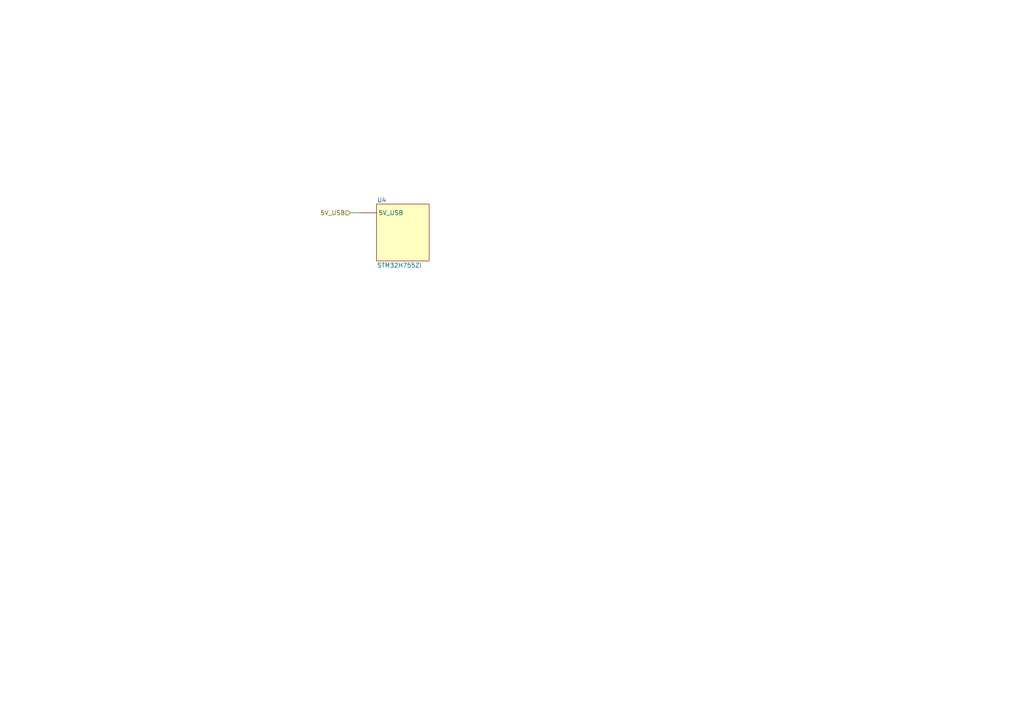
<source format=kicad_sch>
(kicad_sch (version 20230121) (generator eeschema)
  (paper "A4")
  (lib_symbols
    (symbol "CustomSymbols:STM32H755ZI"
      (property "Reference" "U" (at -6.35 8.89 0))
      (property "Value" "STM32H755ZI" (at -1.27 -10.16 0))
      (symbol "STM32H755ZI_0_1"
        (rectangle (start -7.62 7.62) (end 7.62 -8.89) (fill (type background)))
      )
      (symbol "STM32H755ZI_1_1"
        (pin power_in line (at -12.7 5.08 0) (length 5.08) (name "5V_USB") (number ""))
      )
    )
  )
  (wire (pts (xy 101.6 61.722) (xy 104.14 61.722)))
  (hierarchical_label "5V_USB" (shape input) (at 101.6 61.722 180))
  (symbol (lib_id "CustomSymbols:STM32H755ZI") (at 116.84 66.802 0) (unit 1)
    (property "Reference" "U4" (at 109.347 58.039 0) (effects (justify left)))
    (property "Value" "STM32H755ZI" (at 109.347 76.962 0) (effects (justify left)))
  )
)
</source>
